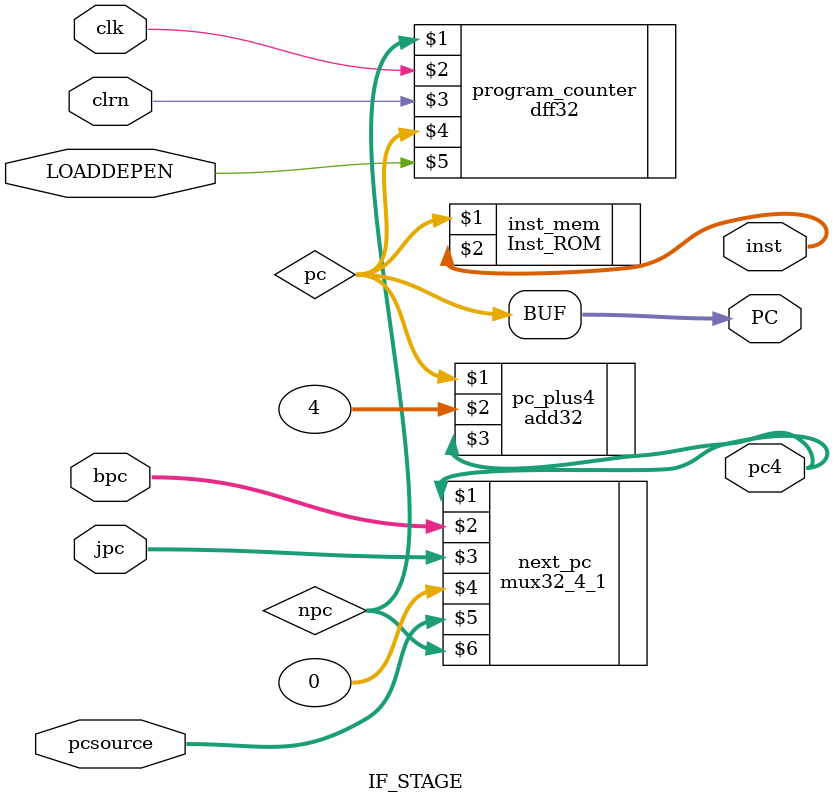
<source format=v>
`timescale 1ns / 1ps
module IF_STAGE(
    clk,clrn,pcsource,bpc,jpc,pc4,inst, PC, LOADDEPEN
);
	 input clk, clrn;
	 input [31:0] bpc,jpc;
	 input [1:0] pcsource;
     input LOADDEPEN;
	 
	 output [31:0] pc4,inst;
	 output [31:0] PC;
	 
	 wire [31:0] pc;
	 wire [31:0] npc;
	 
 	 dff32 program_counter(npc,clk,clrn,pc, LOADDEPEN);   
	 add32 pc_plus4(pc,32'h4,pc4);
	 mux32_4_1 next_pc(pc4,bpc,jpc,32'b0,pcsource,npc);
	 Inst_ROM inst_mem(pc,inst);
	 
	 assign PC=pc;
	 
endmodule

</source>
